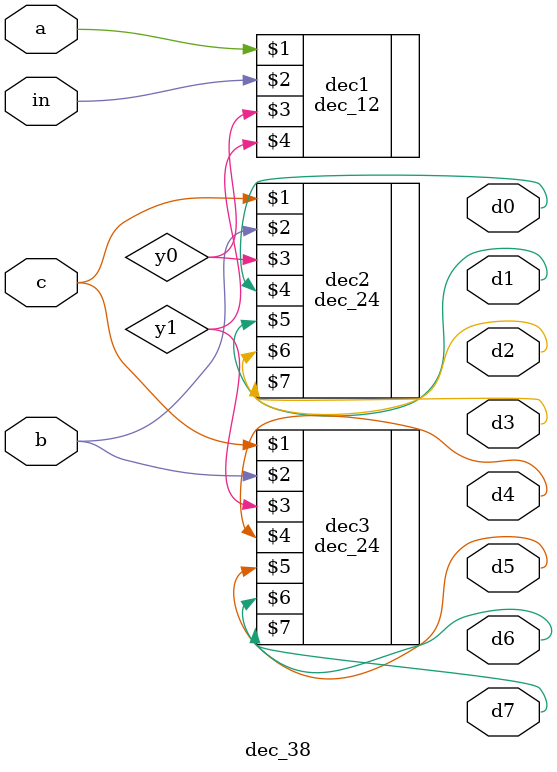
<source format=v>
`timescale 1ns / 1ps
module dec_38(a,b,c,in,d0,d1,d2,d3,d4,d5,d6,d7);
input in,a,b,c;
output d0,d1,d2,d3,d4,d5,d6,d7;
wire y0,y1;
dec_12 dec1(a,in,y0,y1);
dec_24 dec2(c,b,y0,d0,d1,d2,d3);
dec_24 dec3(c,b,y1,d4,d5,d6,d7);
endmodule

</source>
